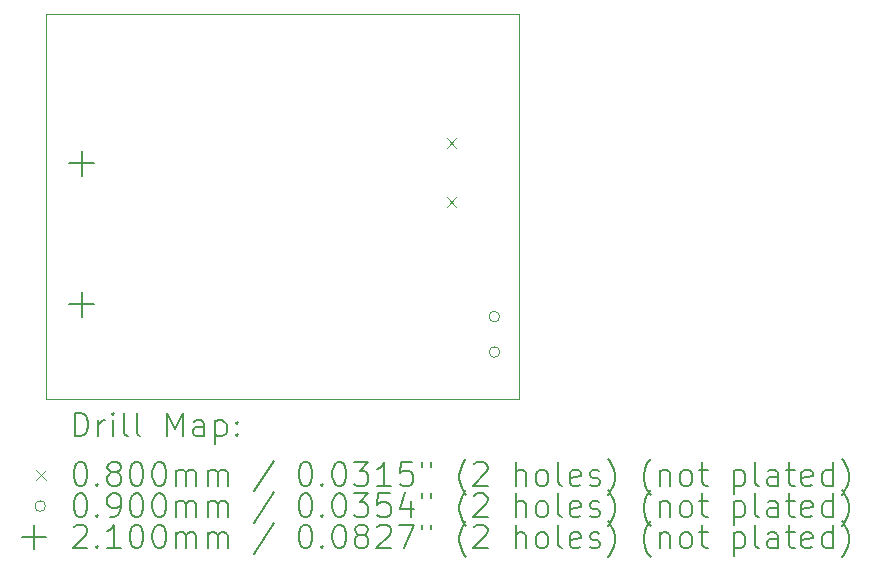
<source format=gbr>
%TF.GenerationSoftware,KiCad,Pcbnew,7.0.1-0*%
%TF.CreationDate,2023-10-24T00:06:01+02:00*%
%TF.ProjectId,SMT-32,534d542d-3332-42e6-9b69-6361645f7063,rev?*%
%TF.SameCoordinates,Original*%
%TF.FileFunction,Drillmap*%
%TF.FilePolarity,Positive*%
%FSLAX45Y45*%
G04 Gerber Fmt 4.5, Leading zero omitted, Abs format (unit mm)*
G04 Created by KiCad (PCBNEW 7.0.1-0) date 2023-10-24 00:06:01*
%MOMM*%
%LPD*%
G01*
G04 APERTURE LIST*
%ADD10C,0.100000*%
%ADD11C,0.200000*%
%ADD12C,0.080000*%
%ADD13C,0.090000*%
%ADD14C,0.210000*%
G04 APERTURE END LIST*
D10*
X7800000Y-2345000D02*
X11800000Y-2345000D01*
X11800000Y-5600000D01*
X7800000Y-5600000D01*
X7800000Y-2345000D01*
D11*
D12*
X11190000Y-3395000D02*
X11270000Y-3475000D01*
X11270000Y-3395000D02*
X11190000Y-3475000D01*
X11190000Y-3895000D02*
X11270000Y-3975000D01*
X11270000Y-3895000D02*
X11190000Y-3975000D01*
D13*
X11640000Y-4905000D02*
G75*
G03*
X11640000Y-4905000I-45000J0D01*
G01*
X11640000Y-5205000D02*
G75*
G03*
X11640000Y-5205000I-45000J0D01*
G01*
D14*
X8102600Y-3501800D02*
X8102600Y-3711800D01*
X7997600Y-3606800D02*
X8207600Y-3606800D01*
X8102600Y-4695600D02*
X8102600Y-4905600D01*
X7997600Y-4800600D02*
X8207600Y-4800600D01*
D11*
X8042619Y-5917524D02*
X8042619Y-5717524D01*
X8042619Y-5717524D02*
X8090238Y-5717524D01*
X8090238Y-5717524D02*
X8118809Y-5727048D01*
X8118809Y-5727048D02*
X8137857Y-5746095D01*
X8137857Y-5746095D02*
X8147381Y-5765143D01*
X8147381Y-5765143D02*
X8156905Y-5803238D01*
X8156905Y-5803238D02*
X8156905Y-5831809D01*
X8156905Y-5831809D02*
X8147381Y-5869905D01*
X8147381Y-5869905D02*
X8137857Y-5888952D01*
X8137857Y-5888952D02*
X8118809Y-5908000D01*
X8118809Y-5908000D02*
X8090238Y-5917524D01*
X8090238Y-5917524D02*
X8042619Y-5917524D01*
X8242619Y-5917524D02*
X8242619Y-5784190D01*
X8242619Y-5822286D02*
X8252143Y-5803238D01*
X8252143Y-5803238D02*
X8261667Y-5793714D01*
X8261667Y-5793714D02*
X8280714Y-5784190D01*
X8280714Y-5784190D02*
X8299762Y-5784190D01*
X8366428Y-5917524D02*
X8366428Y-5784190D01*
X8366428Y-5717524D02*
X8356905Y-5727048D01*
X8356905Y-5727048D02*
X8366428Y-5736571D01*
X8366428Y-5736571D02*
X8375952Y-5727048D01*
X8375952Y-5727048D02*
X8366428Y-5717524D01*
X8366428Y-5717524D02*
X8366428Y-5736571D01*
X8490238Y-5917524D02*
X8471190Y-5908000D01*
X8471190Y-5908000D02*
X8461667Y-5888952D01*
X8461667Y-5888952D02*
X8461667Y-5717524D01*
X8595000Y-5917524D02*
X8575952Y-5908000D01*
X8575952Y-5908000D02*
X8566429Y-5888952D01*
X8566429Y-5888952D02*
X8566429Y-5717524D01*
X8823571Y-5917524D02*
X8823571Y-5717524D01*
X8823571Y-5717524D02*
X8890238Y-5860381D01*
X8890238Y-5860381D02*
X8956905Y-5717524D01*
X8956905Y-5717524D02*
X8956905Y-5917524D01*
X9137857Y-5917524D02*
X9137857Y-5812762D01*
X9137857Y-5812762D02*
X9128333Y-5793714D01*
X9128333Y-5793714D02*
X9109286Y-5784190D01*
X9109286Y-5784190D02*
X9071190Y-5784190D01*
X9071190Y-5784190D02*
X9052143Y-5793714D01*
X9137857Y-5908000D02*
X9118810Y-5917524D01*
X9118810Y-5917524D02*
X9071190Y-5917524D01*
X9071190Y-5917524D02*
X9052143Y-5908000D01*
X9052143Y-5908000D02*
X9042619Y-5888952D01*
X9042619Y-5888952D02*
X9042619Y-5869905D01*
X9042619Y-5869905D02*
X9052143Y-5850857D01*
X9052143Y-5850857D02*
X9071190Y-5841333D01*
X9071190Y-5841333D02*
X9118810Y-5841333D01*
X9118810Y-5841333D02*
X9137857Y-5831809D01*
X9233095Y-5784190D02*
X9233095Y-5984190D01*
X9233095Y-5793714D02*
X9252143Y-5784190D01*
X9252143Y-5784190D02*
X9290238Y-5784190D01*
X9290238Y-5784190D02*
X9309286Y-5793714D01*
X9309286Y-5793714D02*
X9318810Y-5803238D01*
X9318810Y-5803238D02*
X9328333Y-5822286D01*
X9328333Y-5822286D02*
X9328333Y-5879428D01*
X9328333Y-5879428D02*
X9318810Y-5898476D01*
X9318810Y-5898476D02*
X9309286Y-5908000D01*
X9309286Y-5908000D02*
X9290238Y-5917524D01*
X9290238Y-5917524D02*
X9252143Y-5917524D01*
X9252143Y-5917524D02*
X9233095Y-5908000D01*
X9414048Y-5898476D02*
X9423571Y-5908000D01*
X9423571Y-5908000D02*
X9414048Y-5917524D01*
X9414048Y-5917524D02*
X9404524Y-5908000D01*
X9404524Y-5908000D02*
X9414048Y-5898476D01*
X9414048Y-5898476D02*
X9414048Y-5917524D01*
X9414048Y-5793714D02*
X9423571Y-5803238D01*
X9423571Y-5803238D02*
X9414048Y-5812762D01*
X9414048Y-5812762D02*
X9404524Y-5803238D01*
X9404524Y-5803238D02*
X9414048Y-5793714D01*
X9414048Y-5793714D02*
X9414048Y-5812762D01*
D12*
X7715000Y-6205000D02*
X7795000Y-6285000D01*
X7795000Y-6205000D02*
X7715000Y-6285000D01*
D11*
X8080714Y-6137524D02*
X8099762Y-6137524D01*
X8099762Y-6137524D02*
X8118809Y-6147048D01*
X8118809Y-6147048D02*
X8128333Y-6156571D01*
X8128333Y-6156571D02*
X8137857Y-6175619D01*
X8137857Y-6175619D02*
X8147381Y-6213714D01*
X8147381Y-6213714D02*
X8147381Y-6261333D01*
X8147381Y-6261333D02*
X8137857Y-6299428D01*
X8137857Y-6299428D02*
X8128333Y-6318476D01*
X8128333Y-6318476D02*
X8118809Y-6328000D01*
X8118809Y-6328000D02*
X8099762Y-6337524D01*
X8099762Y-6337524D02*
X8080714Y-6337524D01*
X8080714Y-6337524D02*
X8061667Y-6328000D01*
X8061667Y-6328000D02*
X8052143Y-6318476D01*
X8052143Y-6318476D02*
X8042619Y-6299428D01*
X8042619Y-6299428D02*
X8033095Y-6261333D01*
X8033095Y-6261333D02*
X8033095Y-6213714D01*
X8033095Y-6213714D02*
X8042619Y-6175619D01*
X8042619Y-6175619D02*
X8052143Y-6156571D01*
X8052143Y-6156571D02*
X8061667Y-6147048D01*
X8061667Y-6147048D02*
X8080714Y-6137524D01*
X8233095Y-6318476D02*
X8242619Y-6328000D01*
X8242619Y-6328000D02*
X8233095Y-6337524D01*
X8233095Y-6337524D02*
X8223571Y-6328000D01*
X8223571Y-6328000D02*
X8233095Y-6318476D01*
X8233095Y-6318476D02*
X8233095Y-6337524D01*
X8356905Y-6223238D02*
X8337857Y-6213714D01*
X8337857Y-6213714D02*
X8328333Y-6204190D01*
X8328333Y-6204190D02*
X8318809Y-6185143D01*
X8318809Y-6185143D02*
X8318809Y-6175619D01*
X8318809Y-6175619D02*
X8328333Y-6156571D01*
X8328333Y-6156571D02*
X8337857Y-6147048D01*
X8337857Y-6147048D02*
X8356905Y-6137524D01*
X8356905Y-6137524D02*
X8395000Y-6137524D01*
X8395000Y-6137524D02*
X8414048Y-6147048D01*
X8414048Y-6147048D02*
X8423571Y-6156571D01*
X8423571Y-6156571D02*
X8433095Y-6175619D01*
X8433095Y-6175619D02*
X8433095Y-6185143D01*
X8433095Y-6185143D02*
X8423571Y-6204190D01*
X8423571Y-6204190D02*
X8414048Y-6213714D01*
X8414048Y-6213714D02*
X8395000Y-6223238D01*
X8395000Y-6223238D02*
X8356905Y-6223238D01*
X8356905Y-6223238D02*
X8337857Y-6232762D01*
X8337857Y-6232762D02*
X8328333Y-6242286D01*
X8328333Y-6242286D02*
X8318809Y-6261333D01*
X8318809Y-6261333D02*
X8318809Y-6299428D01*
X8318809Y-6299428D02*
X8328333Y-6318476D01*
X8328333Y-6318476D02*
X8337857Y-6328000D01*
X8337857Y-6328000D02*
X8356905Y-6337524D01*
X8356905Y-6337524D02*
X8395000Y-6337524D01*
X8395000Y-6337524D02*
X8414048Y-6328000D01*
X8414048Y-6328000D02*
X8423571Y-6318476D01*
X8423571Y-6318476D02*
X8433095Y-6299428D01*
X8433095Y-6299428D02*
X8433095Y-6261333D01*
X8433095Y-6261333D02*
X8423571Y-6242286D01*
X8423571Y-6242286D02*
X8414048Y-6232762D01*
X8414048Y-6232762D02*
X8395000Y-6223238D01*
X8556905Y-6137524D02*
X8575952Y-6137524D01*
X8575952Y-6137524D02*
X8595000Y-6147048D01*
X8595000Y-6147048D02*
X8604524Y-6156571D01*
X8604524Y-6156571D02*
X8614048Y-6175619D01*
X8614048Y-6175619D02*
X8623571Y-6213714D01*
X8623571Y-6213714D02*
X8623571Y-6261333D01*
X8623571Y-6261333D02*
X8614048Y-6299428D01*
X8614048Y-6299428D02*
X8604524Y-6318476D01*
X8604524Y-6318476D02*
X8595000Y-6328000D01*
X8595000Y-6328000D02*
X8575952Y-6337524D01*
X8575952Y-6337524D02*
X8556905Y-6337524D01*
X8556905Y-6337524D02*
X8537857Y-6328000D01*
X8537857Y-6328000D02*
X8528333Y-6318476D01*
X8528333Y-6318476D02*
X8518810Y-6299428D01*
X8518810Y-6299428D02*
X8509286Y-6261333D01*
X8509286Y-6261333D02*
X8509286Y-6213714D01*
X8509286Y-6213714D02*
X8518810Y-6175619D01*
X8518810Y-6175619D02*
X8528333Y-6156571D01*
X8528333Y-6156571D02*
X8537857Y-6147048D01*
X8537857Y-6147048D02*
X8556905Y-6137524D01*
X8747381Y-6137524D02*
X8766429Y-6137524D01*
X8766429Y-6137524D02*
X8785476Y-6147048D01*
X8785476Y-6147048D02*
X8795000Y-6156571D01*
X8795000Y-6156571D02*
X8804524Y-6175619D01*
X8804524Y-6175619D02*
X8814048Y-6213714D01*
X8814048Y-6213714D02*
X8814048Y-6261333D01*
X8814048Y-6261333D02*
X8804524Y-6299428D01*
X8804524Y-6299428D02*
X8795000Y-6318476D01*
X8795000Y-6318476D02*
X8785476Y-6328000D01*
X8785476Y-6328000D02*
X8766429Y-6337524D01*
X8766429Y-6337524D02*
X8747381Y-6337524D01*
X8747381Y-6337524D02*
X8728333Y-6328000D01*
X8728333Y-6328000D02*
X8718810Y-6318476D01*
X8718810Y-6318476D02*
X8709286Y-6299428D01*
X8709286Y-6299428D02*
X8699762Y-6261333D01*
X8699762Y-6261333D02*
X8699762Y-6213714D01*
X8699762Y-6213714D02*
X8709286Y-6175619D01*
X8709286Y-6175619D02*
X8718810Y-6156571D01*
X8718810Y-6156571D02*
X8728333Y-6147048D01*
X8728333Y-6147048D02*
X8747381Y-6137524D01*
X8899762Y-6337524D02*
X8899762Y-6204190D01*
X8899762Y-6223238D02*
X8909286Y-6213714D01*
X8909286Y-6213714D02*
X8928333Y-6204190D01*
X8928333Y-6204190D02*
X8956905Y-6204190D01*
X8956905Y-6204190D02*
X8975952Y-6213714D01*
X8975952Y-6213714D02*
X8985476Y-6232762D01*
X8985476Y-6232762D02*
X8985476Y-6337524D01*
X8985476Y-6232762D02*
X8995000Y-6213714D01*
X8995000Y-6213714D02*
X9014048Y-6204190D01*
X9014048Y-6204190D02*
X9042619Y-6204190D01*
X9042619Y-6204190D02*
X9061667Y-6213714D01*
X9061667Y-6213714D02*
X9071191Y-6232762D01*
X9071191Y-6232762D02*
X9071191Y-6337524D01*
X9166429Y-6337524D02*
X9166429Y-6204190D01*
X9166429Y-6223238D02*
X9175952Y-6213714D01*
X9175952Y-6213714D02*
X9195000Y-6204190D01*
X9195000Y-6204190D02*
X9223572Y-6204190D01*
X9223572Y-6204190D02*
X9242619Y-6213714D01*
X9242619Y-6213714D02*
X9252143Y-6232762D01*
X9252143Y-6232762D02*
X9252143Y-6337524D01*
X9252143Y-6232762D02*
X9261667Y-6213714D01*
X9261667Y-6213714D02*
X9280714Y-6204190D01*
X9280714Y-6204190D02*
X9309286Y-6204190D01*
X9309286Y-6204190D02*
X9328333Y-6213714D01*
X9328333Y-6213714D02*
X9337857Y-6232762D01*
X9337857Y-6232762D02*
X9337857Y-6337524D01*
X9728333Y-6128000D02*
X9556905Y-6385143D01*
X9985476Y-6137524D02*
X10004524Y-6137524D01*
X10004524Y-6137524D02*
X10023572Y-6147048D01*
X10023572Y-6147048D02*
X10033095Y-6156571D01*
X10033095Y-6156571D02*
X10042619Y-6175619D01*
X10042619Y-6175619D02*
X10052143Y-6213714D01*
X10052143Y-6213714D02*
X10052143Y-6261333D01*
X10052143Y-6261333D02*
X10042619Y-6299428D01*
X10042619Y-6299428D02*
X10033095Y-6318476D01*
X10033095Y-6318476D02*
X10023572Y-6328000D01*
X10023572Y-6328000D02*
X10004524Y-6337524D01*
X10004524Y-6337524D02*
X9985476Y-6337524D01*
X9985476Y-6337524D02*
X9966429Y-6328000D01*
X9966429Y-6328000D02*
X9956905Y-6318476D01*
X9956905Y-6318476D02*
X9947381Y-6299428D01*
X9947381Y-6299428D02*
X9937857Y-6261333D01*
X9937857Y-6261333D02*
X9937857Y-6213714D01*
X9937857Y-6213714D02*
X9947381Y-6175619D01*
X9947381Y-6175619D02*
X9956905Y-6156571D01*
X9956905Y-6156571D02*
X9966429Y-6147048D01*
X9966429Y-6147048D02*
X9985476Y-6137524D01*
X10137857Y-6318476D02*
X10147381Y-6328000D01*
X10147381Y-6328000D02*
X10137857Y-6337524D01*
X10137857Y-6337524D02*
X10128334Y-6328000D01*
X10128334Y-6328000D02*
X10137857Y-6318476D01*
X10137857Y-6318476D02*
X10137857Y-6337524D01*
X10271191Y-6137524D02*
X10290238Y-6137524D01*
X10290238Y-6137524D02*
X10309286Y-6147048D01*
X10309286Y-6147048D02*
X10318810Y-6156571D01*
X10318810Y-6156571D02*
X10328334Y-6175619D01*
X10328334Y-6175619D02*
X10337857Y-6213714D01*
X10337857Y-6213714D02*
X10337857Y-6261333D01*
X10337857Y-6261333D02*
X10328334Y-6299428D01*
X10328334Y-6299428D02*
X10318810Y-6318476D01*
X10318810Y-6318476D02*
X10309286Y-6328000D01*
X10309286Y-6328000D02*
X10290238Y-6337524D01*
X10290238Y-6337524D02*
X10271191Y-6337524D01*
X10271191Y-6337524D02*
X10252143Y-6328000D01*
X10252143Y-6328000D02*
X10242619Y-6318476D01*
X10242619Y-6318476D02*
X10233095Y-6299428D01*
X10233095Y-6299428D02*
X10223572Y-6261333D01*
X10223572Y-6261333D02*
X10223572Y-6213714D01*
X10223572Y-6213714D02*
X10233095Y-6175619D01*
X10233095Y-6175619D02*
X10242619Y-6156571D01*
X10242619Y-6156571D02*
X10252143Y-6147048D01*
X10252143Y-6147048D02*
X10271191Y-6137524D01*
X10404524Y-6137524D02*
X10528334Y-6137524D01*
X10528334Y-6137524D02*
X10461667Y-6213714D01*
X10461667Y-6213714D02*
X10490238Y-6213714D01*
X10490238Y-6213714D02*
X10509286Y-6223238D01*
X10509286Y-6223238D02*
X10518810Y-6232762D01*
X10518810Y-6232762D02*
X10528334Y-6251809D01*
X10528334Y-6251809D02*
X10528334Y-6299428D01*
X10528334Y-6299428D02*
X10518810Y-6318476D01*
X10518810Y-6318476D02*
X10509286Y-6328000D01*
X10509286Y-6328000D02*
X10490238Y-6337524D01*
X10490238Y-6337524D02*
X10433095Y-6337524D01*
X10433095Y-6337524D02*
X10414048Y-6328000D01*
X10414048Y-6328000D02*
X10404524Y-6318476D01*
X10718810Y-6337524D02*
X10604524Y-6337524D01*
X10661667Y-6337524D02*
X10661667Y-6137524D01*
X10661667Y-6137524D02*
X10642619Y-6166095D01*
X10642619Y-6166095D02*
X10623572Y-6185143D01*
X10623572Y-6185143D02*
X10604524Y-6194667D01*
X10899762Y-6137524D02*
X10804524Y-6137524D01*
X10804524Y-6137524D02*
X10795000Y-6232762D01*
X10795000Y-6232762D02*
X10804524Y-6223238D01*
X10804524Y-6223238D02*
X10823572Y-6213714D01*
X10823572Y-6213714D02*
X10871191Y-6213714D01*
X10871191Y-6213714D02*
X10890238Y-6223238D01*
X10890238Y-6223238D02*
X10899762Y-6232762D01*
X10899762Y-6232762D02*
X10909286Y-6251809D01*
X10909286Y-6251809D02*
X10909286Y-6299428D01*
X10909286Y-6299428D02*
X10899762Y-6318476D01*
X10899762Y-6318476D02*
X10890238Y-6328000D01*
X10890238Y-6328000D02*
X10871191Y-6337524D01*
X10871191Y-6337524D02*
X10823572Y-6337524D01*
X10823572Y-6337524D02*
X10804524Y-6328000D01*
X10804524Y-6328000D02*
X10795000Y-6318476D01*
X10985476Y-6137524D02*
X10985476Y-6175619D01*
X11061667Y-6137524D02*
X11061667Y-6175619D01*
X11356905Y-6413714D02*
X11347381Y-6404190D01*
X11347381Y-6404190D02*
X11328334Y-6375619D01*
X11328334Y-6375619D02*
X11318810Y-6356571D01*
X11318810Y-6356571D02*
X11309286Y-6328000D01*
X11309286Y-6328000D02*
X11299762Y-6280381D01*
X11299762Y-6280381D02*
X11299762Y-6242286D01*
X11299762Y-6242286D02*
X11309286Y-6194667D01*
X11309286Y-6194667D02*
X11318810Y-6166095D01*
X11318810Y-6166095D02*
X11328334Y-6147048D01*
X11328334Y-6147048D02*
X11347381Y-6118476D01*
X11347381Y-6118476D02*
X11356905Y-6108952D01*
X11423572Y-6156571D02*
X11433095Y-6147048D01*
X11433095Y-6147048D02*
X11452143Y-6137524D01*
X11452143Y-6137524D02*
X11499762Y-6137524D01*
X11499762Y-6137524D02*
X11518810Y-6147048D01*
X11518810Y-6147048D02*
X11528334Y-6156571D01*
X11528334Y-6156571D02*
X11537857Y-6175619D01*
X11537857Y-6175619D02*
X11537857Y-6194667D01*
X11537857Y-6194667D02*
X11528334Y-6223238D01*
X11528334Y-6223238D02*
X11414048Y-6337524D01*
X11414048Y-6337524D02*
X11537857Y-6337524D01*
X11775953Y-6337524D02*
X11775953Y-6137524D01*
X11861667Y-6337524D02*
X11861667Y-6232762D01*
X11861667Y-6232762D02*
X11852143Y-6213714D01*
X11852143Y-6213714D02*
X11833096Y-6204190D01*
X11833096Y-6204190D02*
X11804524Y-6204190D01*
X11804524Y-6204190D02*
X11785476Y-6213714D01*
X11785476Y-6213714D02*
X11775953Y-6223238D01*
X11985476Y-6337524D02*
X11966429Y-6328000D01*
X11966429Y-6328000D02*
X11956905Y-6318476D01*
X11956905Y-6318476D02*
X11947381Y-6299428D01*
X11947381Y-6299428D02*
X11947381Y-6242286D01*
X11947381Y-6242286D02*
X11956905Y-6223238D01*
X11956905Y-6223238D02*
X11966429Y-6213714D01*
X11966429Y-6213714D02*
X11985476Y-6204190D01*
X11985476Y-6204190D02*
X12014048Y-6204190D01*
X12014048Y-6204190D02*
X12033096Y-6213714D01*
X12033096Y-6213714D02*
X12042619Y-6223238D01*
X12042619Y-6223238D02*
X12052143Y-6242286D01*
X12052143Y-6242286D02*
X12052143Y-6299428D01*
X12052143Y-6299428D02*
X12042619Y-6318476D01*
X12042619Y-6318476D02*
X12033096Y-6328000D01*
X12033096Y-6328000D02*
X12014048Y-6337524D01*
X12014048Y-6337524D02*
X11985476Y-6337524D01*
X12166429Y-6337524D02*
X12147381Y-6328000D01*
X12147381Y-6328000D02*
X12137857Y-6308952D01*
X12137857Y-6308952D02*
X12137857Y-6137524D01*
X12318810Y-6328000D02*
X12299762Y-6337524D01*
X12299762Y-6337524D02*
X12261667Y-6337524D01*
X12261667Y-6337524D02*
X12242619Y-6328000D01*
X12242619Y-6328000D02*
X12233096Y-6308952D01*
X12233096Y-6308952D02*
X12233096Y-6232762D01*
X12233096Y-6232762D02*
X12242619Y-6213714D01*
X12242619Y-6213714D02*
X12261667Y-6204190D01*
X12261667Y-6204190D02*
X12299762Y-6204190D01*
X12299762Y-6204190D02*
X12318810Y-6213714D01*
X12318810Y-6213714D02*
X12328334Y-6232762D01*
X12328334Y-6232762D02*
X12328334Y-6251809D01*
X12328334Y-6251809D02*
X12233096Y-6270857D01*
X12404524Y-6328000D02*
X12423572Y-6337524D01*
X12423572Y-6337524D02*
X12461667Y-6337524D01*
X12461667Y-6337524D02*
X12480715Y-6328000D01*
X12480715Y-6328000D02*
X12490238Y-6308952D01*
X12490238Y-6308952D02*
X12490238Y-6299428D01*
X12490238Y-6299428D02*
X12480715Y-6280381D01*
X12480715Y-6280381D02*
X12461667Y-6270857D01*
X12461667Y-6270857D02*
X12433096Y-6270857D01*
X12433096Y-6270857D02*
X12414048Y-6261333D01*
X12414048Y-6261333D02*
X12404524Y-6242286D01*
X12404524Y-6242286D02*
X12404524Y-6232762D01*
X12404524Y-6232762D02*
X12414048Y-6213714D01*
X12414048Y-6213714D02*
X12433096Y-6204190D01*
X12433096Y-6204190D02*
X12461667Y-6204190D01*
X12461667Y-6204190D02*
X12480715Y-6213714D01*
X12556905Y-6413714D02*
X12566429Y-6404190D01*
X12566429Y-6404190D02*
X12585477Y-6375619D01*
X12585477Y-6375619D02*
X12595000Y-6356571D01*
X12595000Y-6356571D02*
X12604524Y-6328000D01*
X12604524Y-6328000D02*
X12614048Y-6280381D01*
X12614048Y-6280381D02*
X12614048Y-6242286D01*
X12614048Y-6242286D02*
X12604524Y-6194667D01*
X12604524Y-6194667D02*
X12595000Y-6166095D01*
X12595000Y-6166095D02*
X12585477Y-6147048D01*
X12585477Y-6147048D02*
X12566429Y-6118476D01*
X12566429Y-6118476D02*
X12556905Y-6108952D01*
X12918810Y-6413714D02*
X12909286Y-6404190D01*
X12909286Y-6404190D02*
X12890238Y-6375619D01*
X12890238Y-6375619D02*
X12880715Y-6356571D01*
X12880715Y-6356571D02*
X12871191Y-6328000D01*
X12871191Y-6328000D02*
X12861667Y-6280381D01*
X12861667Y-6280381D02*
X12861667Y-6242286D01*
X12861667Y-6242286D02*
X12871191Y-6194667D01*
X12871191Y-6194667D02*
X12880715Y-6166095D01*
X12880715Y-6166095D02*
X12890238Y-6147048D01*
X12890238Y-6147048D02*
X12909286Y-6118476D01*
X12909286Y-6118476D02*
X12918810Y-6108952D01*
X12995000Y-6204190D02*
X12995000Y-6337524D01*
X12995000Y-6223238D02*
X13004524Y-6213714D01*
X13004524Y-6213714D02*
X13023572Y-6204190D01*
X13023572Y-6204190D02*
X13052143Y-6204190D01*
X13052143Y-6204190D02*
X13071191Y-6213714D01*
X13071191Y-6213714D02*
X13080715Y-6232762D01*
X13080715Y-6232762D02*
X13080715Y-6337524D01*
X13204524Y-6337524D02*
X13185477Y-6328000D01*
X13185477Y-6328000D02*
X13175953Y-6318476D01*
X13175953Y-6318476D02*
X13166429Y-6299428D01*
X13166429Y-6299428D02*
X13166429Y-6242286D01*
X13166429Y-6242286D02*
X13175953Y-6223238D01*
X13175953Y-6223238D02*
X13185477Y-6213714D01*
X13185477Y-6213714D02*
X13204524Y-6204190D01*
X13204524Y-6204190D02*
X13233096Y-6204190D01*
X13233096Y-6204190D02*
X13252143Y-6213714D01*
X13252143Y-6213714D02*
X13261667Y-6223238D01*
X13261667Y-6223238D02*
X13271191Y-6242286D01*
X13271191Y-6242286D02*
X13271191Y-6299428D01*
X13271191Y-6299428D02*
X13261667Y-6318476D01*
X13261667Y-6318476D02*
X13252143Y-6328000D01*
X13252143Y-6328000D02*
X13233096Y-6337524D01*
X13233096Y-6337524D02*
X13204524Y-6337524D01*
X13328334Y-6204190D02*
X13404524Y-6204190D01*
X13356905Y-6137524D02*
X13356905Y-6308952D01*
X13356905Y-6308952D02*
X13366429Y-6328000D01*
X13366429Y-6328000D02*
X13385477Y-6337524D01*
X13385477Y-6337524D02*
X13404524Y-6337524D01*
X13623572Y-6204190D02*
X13623572Y-6404190D01*
X13623572Y-6213714D02*
X13642619Y-6204190D01*
X13642619Y-6204190D02*
X13680715Y-6204190D01*
X13680715Y-6204190D02*
X13699762Y-6213714D01*
X13699762Y-6213714D02*
X13709286Y-6223238D01*
X13709286Y-6223238D02*
X13718810Y-6242286D01*
X13718810Y-6242286D02*
X13718810Y-6299428D01*
X13718810Y-6299428D02*
X13709286Y-6318476D01*
X13709286Y-6318476D02*
X13699762Y-6328000D01*
X13699762Y-6328000D02*
X13680715Y-6337524D01*
X13680715Y-6337524D02*
X13642619Y-6337524D01*
X13642619Y-6337524D02*
X13623572Y-6328000D01*
X13833096Y-6337524D02*
X13814048Y-6328000D01*
X13814048Y-6328000D02*
X13804524Y-6308952D01*
X13804524Y-6308952D02*
X13804524Y-6137524D01*
X13995000Y-6337524D02*
X13995000Y-6232762D01*
X13995000Y-6232762D02*
X13985477Y-6213714D01*
X13985477Y-6213714D02*
X13966429Y-6204190D01*
X13966429Y-6204190D02*
X13928334Y-6204190D01*
X13928334Y-6204190D02*
X13909286Y-6213714D01*
X13995000Y-6328000D02*
X13975953Y-6337524D01*
X13975953Y-6337524D02*
X13928334Y-6337524D01*
X13928334Y-6337524D02*
X13909286Y-6328000D01*
X13909286Y-6328000D02*
X13899762Y-6308952D01*
X13899762Y-6308952D02*
X13899762Y-6289905D01*
X13899762Y-6289905D02*
X13909286Y-6270857D01*
X13909286Y-6270857D02*
X13928334Y-6261333D01*
X13928334Y-6261333D02*
X13975953Y-6261333D01*
X13975953Y-6261333D02*
X13995000Y-6251809D01*
X14061667Y-6204190D02*
X14137858Y-6204190D01*
X14090239Y-6137524D02*
X14090239Y-6308952D01*
X14090239Y-6308952D02*
X14099762Y-6328000D01*
X14099762Y-6328000D02*
X14118810Y-6337524D01*
X14118810Y-6337524D02*
X14137858Y-6337524D01*
X14280715Y-6328000D02*
X14261667Y-6337524D01*
X14261667Y-6337524D02*
X14223572Y-6337524D01*
X14223572Y-6337524D02*
X14204524Y-6328000D01*
X14204524Y-6328000D02*
X14195000Y-6308952D01*
X14195000Y-6308952D02*
X14195000Y-6232762D01*
X14195000Y-6232762D02*
X14204524Y-6213714D01*
X14204524Y-6213714D02*
X14223572Y-6204190D01*
X14223572Y-6204190D02*
X14261667Y-6204190D01*
X14261667Y-6204190D02*
X14280715Y-6213714D01*
X14280715Y-6213714D02*
X14290239Y-6232762D01*
X14290239Y-6232762D02*
X14290239Y-6251809D01*
X14290239Y-6251809D02*
X14195000Y-6270857D01*
X14461667Y-6337524D02*
X14461667Y-6137524D01*
X14461667Y-6328000D02*
X14442620Y-6337524D01*
X14442620Y-6337524D02*
X14404524Y-6337524D01*
X14404524Y-6337524D02*
X14385477Y-6328000D01*
X14385477Y-6328000D02*
X14375953Y-6318476D01*
X14375953Y-6318476D02*
X14366429Y-6299428D01*
X14366429Y-6299428D02*
X14366429Y-6242286D01*
X14366429Y-6242286D02*
X14375953Y-6223238D01*
X14375953Y-6223238D02*
X14385477Y-6213714D01*
X14385477Y-6213714D02*
X14404524Y-6204190D01*
X14404524Y-6204190D02*
X14442620Y-6204190D01*
X14442620Y-6204190D02*
X14461667Y-6213714D01*
X14537858Y-6413714D02*
X14547381Y-6404190D01*
X14547381Y-6404190D02*
X14566429Y-6375619D01*
X14566429Y-6375619D02*
X14575953Y-6356571D01*
X14575953Y-6356571D02*
X14585477Y-6328000D01*
X14585477Y-6328000D02*
X14595000Y-6280381D01*
X14595000Y-6280381D02*
X14595000Y-6242286D01*
X14595000Y-6242286D02*
X14585477Y-6194667D01*
X14585477Y-6194667D02*
X14575953Y-6166095D01*
X14575953Y-6166095D02*
X14566429Y-6147048D01*
X14566429Y-6147048D02*
X14547381Y-6118476D01*
X14547381Y-6118476D02*
X14537858Y-6108952D01*
D13*
X7795000Y-6509000D02*
G75*
G03*
X7795000Y-6509000I-45000J0D01*
G01*
D11*
X8080714Y-6401524D02*
X8099762Y-6401524D01*
X8099762Y-6401524D02*
X8118809Y-6411048D01*
X8118809Y-6411048D02*
X8128333Y-6420571D01*
X8128333Y-6420571D02*
X8137857Y-6439619D01*
X8137857Y-6439619D02*
X8147381Y-6477714D01*
X8147381Y-6477714D02*
X8147381Y-6525333D01*
X8147381Y-6525333D02*
X8137857Y-6563428D01*
X8137857Y-6563428D02*
X8128333Y-6582476D01*
X8128333Y-6582476D02*
X8118809Y-6592000D01*
X8118809Y-6592000D02*
X8099762Y-6601524D01*
X8099762Y-6601524D02*
X8080714Y-6601524D01*
X8080714Y-6601524D02*
X8061667Y-6592000D01*
X8061667Y-6592000D02*
X8052143Y-6582476D01*
X8052143Y-6582476D02*
X8042619Y-6563428D01*
X8042619Y-6563428D02*
X8033095Y-6525333D01*
X8033095Y-6525333D02*
X8033095Y-6477714D01*
X8033095Y-6477714D02*
X8042619Y-6439619D01*
X8042619Y-6439619D02*
X8052143Y-6420571D01*
X8052143Y-6420571D02*
X8061667Y-6411048D01*
X8061667Y-6411048D02*
X8080714Y-6401524D01*
X8233095Y-6582476D02*
X8242619Y-6592000D01*
X8242619Y-6592000D02*
X8233095Y-6601524D01*
X8233095Y-6601524D02*
X8223571Y-6592000D01*
X8223571Y-6592000D02*
X8233095Y-6582476D01*
X8233095Y-6582476D02*
X8233095Y-6601524D01*
X8337857Y-6601524D02*
X8375952Y-6601524D01*
X8375952Y-6601524D02*
X8395000Y-6592000D01*
X8395000Y-6592000D02*
X8404524Y-6582476D01*
X8404524Y-6582476D02*
X8423571Y-6553905D01*
X8423571Y-6553905D02*
X8433095Y-6515809D01*
X8433095Y-6515809D02*
X8433095Y-6439619D01*
X8433095Y-6439619D02*
X8423571Y-6420571D01*
X8423571Y-6420571D02*
X8414048Y-6411048D01*
X8414048Y-6411048D02*
X8395000Y-6401524D01*
X8395000Y-6401524D02*
X8356905Y-6401524D01*
X8356905Y-6401524D02*
X8337857Y-6411048D01*
X8337857Y-6411048D02*
X8328333Y-6420571D01*
X8328333Y-6420571D02*
X8318809Y-6439619D01*
X8318809Y-6439619D02*
X8318809Y-6487238D01*
X8318809Y-6487238D02*
X8328333Y-6506286D01*
X8328333Y-6506286D02*
X8337857Y-6515809D01*
X8337857Y-6515809D02*
X8356905Y-6525333D01*
X8356905Y-6525333D02*
X8395000Y-6525333D01*
X8395000Y-6525333D02*
X8414048Y-6515809D01*
X8414048Y-6515809D02*
X8423571Y-6506286D01*
X8423571Y-6506286D02*
X8433095Y-6487238D01*
X8556905Y-6401524D02*
X8575952Y-6401524D01*
X8575952Y-6401524D02*
X8595000Y-6411048D01*
X8595000Y-6411048D02*
X8604524Y-6420571D01*
X8604524Y-6420571D02*
X8614048Y-6439619D01*
X8614048Y-6439619D02*
X8623571Y-6477714D01*
X8623571Y-6477714D02*
X8623571Y-6525333D01*
X8623571Y-6525333D02*
X8614048Y-6563428D01*
X8614048Y-6563428D02*
X8604524Y-6582476D01*
X8604524Y-6582476D02*
X8595000Y-6592000D01*
X8595000Y-6592000D02*
X8575952Y-6601524D01*
X8575952Y-6601524D02*
X8556905Y-6601524D01*
X8556905Y-6601524D02*
X8537857Y-6592000D01*
X8537857Y-6592000D02*
X8528333Y-6582476D01*
X8528333Y-6582476D02*
X8518810Y-6563428D01*
X8518810Y-6563428D02*
X8509286Y-6525333D01*
X8509286Y-6525333D02*
X8509286Y-6477714D01*
X8509286Y-6477714D02*
X8518810Y-6439619D01*
X8518810Y-6439619D02*
X8528333Y-6420571D01*
X8528333Y-6420571D02*
X8537857Y-6411048D01*
X8537857Y-6411048D02*
X8556905Y-6401524D01*
X8747381Y-6401524D02*
X8766429Y-6401524D01*
X8766429Y-6401524D02*
X8785476Y-6411048D01*
X8785476Y-6411048D02*
X8795000Y-6420571D01*
X8795000Y-6420571D02*
X8804524Y-6439619D01*
X8804524Y-6439619D02*
X8814048Y-6477714D01*
X8814048Y-6477714D02*
X8814048Y-6525333D01*
X8814048Y-6525333D02*
X8804524Y-6563428D01*
X8804524Y-6563428D02*
X8795000Y-6582476D01*
X8795000Y-6582476D02*
X8785476Y-6592000D01*
X8785476Y-6592000D02*
X8766429Y-6601524D01*
X8766429Y-6601524D02*
X8747381Y-6601524D01*
X8747381Y-6601524D02*
X8728333Y-6592000D01*
X8728333Y-6592000D02*
X8718810Y-6582476D01*
X8718810Y-6582476D02*
X8709286Y-6563428D01*
X8709286Y-6563428D02*
X8699762Y-6525333D01*
X8699762Y-6525333D02*
X8699762Y-6477714D01*
X8699762Y-6477714D02*
X8709286Y-6439619D01*
X8709286Y-6439619D02*
X8718810Y-6420571D01*
X8718810Y-6420571D02*
X8728333Y-6411048D01*
X8728333Y-6411048D02*
X8747381Y-6401524D01*
X8899762Y-6601524D02*
X8899762Y-6468190D01*
X8899762Y-6487238D02*
X8909286Y-6477714D01*
X8909286Y-6477714D02*
X8928333Y-6468190D01*
X8928333Y-6468190D02*
X8956905Y-6468190D01*
X8956905Y-6468190D02*
X8975952Y-6477714D01*
X8975952Y-6477714D02*
X8985476Y-6496762D01*
X8985476Y-6496762D02*
X8985476Y-6601524D01*
X8985476Y-6496762D02*
X8995000Y-6477714D01*
X8995000Y-6477714D02*
X9014048Y-6468190D01*
X9014048Y-6468190D02*
X9042619Y-6468190D01*
X9042619Y-6468190D02*
X9061667Y-6477714D01*
X9061667Y-6477714D02*
X9071191Y-6496762D01*
X9071191Y-6496762D02*
X9071191Y-6601524D01*
X9166429Y-6601524D02*
X9166429Y-6468190D01*
X9166429Y-6487238D02*
X9175952Y-6477714D01*
X9175952Y-6477714D02*
X9195000Y-6468190D01*
X9195000Y-6468190D02*
X9223572Y-6468190D01*
X9223572Y-6468190D02*
X9242619Y-6477714D01*
X9242619Y-6477714D02*
X9252143Y-6496762D01*
X9252143Y-6496762D02*
X9252143Y-6601524D01*
X9252143Y-6496762D02*
X9261667Y-6477714D01*
X9261667Y-6477714D02*
X9280714Y-6468190D01*
X9280714Y-6468190D02*
X9309286Y-6468190D01*
X9309286Y-6468190D02*
X9328333Y-6477714D01*
X9328333Y-6477714D02*
X9337857Y-6496762D01*
X9337857Y-6496762D02*
X9337857Y-6601524D01*
X9728333Y-6392000D02*
X9556905Y-6649143D01*
X9985476Y-6401524D02*
X10004524Y-6401524D01*
X10004524Y-6401524D02*
X10023572Y-6411048D01*
X10023572Y-6411048D02*
X10033095Y-6420571D01*
X10033095Y-6420571D02*
X10042619Y-6439619D01*
X10042619Y-6439619D02*
X10052143Y-6477714D01*
X10052143Y-6477714D02*
X10052143Y-6525333D01*
X10052143Y-6525333D02*
X10042619Y-6563428D01*
X10042619Y-6563428D02*
X10033095Y-6582476D01*
X10033095Y-6582476D02*
X10023572Y-6592000D01*
X10023572Y-6592000D02*
X10004524Y-6601524D01*
X10004524Y-6601524D02*
X9985476Y-6601524D01*
X9985476Y-6601524D02*
X9966429Y-6592000D01*
X9966429Y-6592000D02*
X9956905Y-6582476D01*
X9956905Y-6582476D02*
X9947381Y-6563428D01*
X9947381Y-6563428D02*
X9937857Y-6525333D01*
X9937857Y-6525333D02*
X9937857Y-6477714D01*
X9937857Y-6477714D02*
X9947381Y-6439619D01*
X9947381Y-6439619D02*
X9956905Y-6420571D01*
X9956905Y-6420571D02*
X9966429Y-6411048D01*
X9966429Y-6411048D02*
X9985476Y-6401524D01*
X10137857Y-6582476D02*
X10147381Y-6592000D01*
X10147381Y-6592000D02*
X10137857Y-6601524D01*
X10137857Y-6601524D02*
X10128334Y-6592000D01*
X10128334Y-6592000D02*
X10137857Y-6582476D01*
X10137857Y-6582476D02*
X10137857Y-6601524D01*
X10271191Y-6401524D02*
X10290238Y-6401524D01*
X10290238Y-6401524D02*
X10309286Y-6411048D01*
X10309286Y-6411048D02*
X10318810Y-6420571D01*
X10318810Y-6420571D02*
X10328334Y-6439619D01*
X10328334Y-6439619D02*
X10337857Y-6477714D01*
X10337857Y-6477714D02*
X10337857Y-6525333D01*
X10337857Y-6525333D02*
X10328334Y-6563428D01*
X10328334Y-6563428D02*
X10318810Y-6582476D01*
X10318810Y-6582476D02*
X10309286Y-6592000D01*
X10309286Y-6592000D02*
X10290238Y-6601524D01*
X10290238Y-6601524D02*
X10271191Y-6601524D01*
X10271191Y-6601524D02*
X10252143Y-6592000D01*
X10252143Y-6592000D02*
X10242619Y-6582476D01*
X10242619Y-6582476D02*
X10233095Y-6563428D01*
X10233095Y-6563428D02*
X10223572Y-6525333D01*
X10223572Y-6525333D02*
X10223572Y-6477714D01*
X10223572Y-6477714D02*
X10233095Y-6439619D01*
X10233095Y-6439619D02*
X10242619Y-6420571D01*
X10242619Y-6420571D02*
X10252143Y-6411048D01*
X10252143Y-6411048D02*
X10271191Y-6401524D01*
X10404524Y-6401524D02*
X10528334Y-6401524D01*
X10528334Y-6401524D02*
X10461667Y-6477714D01*
X10461667Y-6477714D02*
X10490238Y-6477714D01*
X10490238Y-6477714D02*
X10509286Y-6487238D01*
X10509286Y-6487238D02*
X10518810Y-6496762D01*
X10518810Y-6496762D02*
X10528334Y-6515809D01*
X10528334Y-6515809D02*
X10528334Y-6563428D01*
X10528334Y-6563428D02*
X10518810Y-6582476D01*
X10518810Y-6582476D02*
X10509286Y-6592000D01*
X10509286Y-6592000D02*
X10490238Y-6601524D01*
X10490238Y-6601524D02*
X10433095Y-6601524D01*
X10433095Y-6601524D02*
X10414048Y-6592000D01*
X10414048Y-6592000D02*
X10404524Y-6582476D01*
X10709286Y-6401524D02*
X10614048Y-6401524D01*
X10614048Y-6401524D02*
X10604524Y-6496762D01*
X10604524Y-6496762D02*
X10614048Y-6487238D01*
X10614048Y-6487238D02*
X10633095Y-6477714D01*
X10633095Y-6477714D02*
X10680715Y-6477714D01*
X10680715Y-6477714D02*
X10699762Y-6487238D01*
X10699762Y-6487238D02*
X10709286Y-6496762D01*
X10709286Y-6496762D02*
X10718810Y-6515809D01*
X10718810Y-6515809D02*
X10718810Y-6563428D01*
X10718810Y-6563428D02*
X10709286Y-6582476D01*
X10709286Y-6582476D02*
X10699762Y-6592000D01*
X10699762Y-6592000D02*
X10680715Y-6601524D01*
X10680715Y-6601524D02*
X10633095Y-6601524D01*
X10633095Y-6601524D02*
X10614048Y-6592000D01*
X10614048Y-6592000D02*
X10604524Y-6582476D01*
X10890238Y-6468190D02*
X10890238Y-6601524D01*
X10842619Y-6392000D02*
X10795000Y-6534857D01*
X10795000Y-6534857D02*
X10918810Y-6534857D01*
X10985476Y-6401524D02*
X10985476Y-6439619D01*
X11061667Y-6401524D02*
X11061667Y-6439619D01*
X11356905Y-6677714D02*
X11347381Y-6668190D01*
X11347381Y-6668190D02*
X11328334Y-6639619D01*
X11328334Y-6639619D02*
X11318810Y-6620571D01*
X11318810Y-6620571D02*
X11309286Y-6592000D01*
X11309286Y-6592000D02*
X11299762Y-6544381D01*
X11299762Y-6544381D02*
X11299762Y-6506286D01*
X11299762Y-6506286D02*
X11309286Y-6458667D01*
X11309286Y-6458667D02*
X11318810Y-6430095D01*
X11318810Y-6430095D02*
X11328334Y-6411048D01*
X11328334Y-6411048D02*
X11347381Y-6382476D01*
X11347381Y-6382476D02*
X11356905Y-6372952D01*
X11423572Y-6420571D02*
X11433095Y-6411048D01*
X11433095Y-6411048D02*
X11452143Y-6401524D01*
X11452143Y-6401524D02*
X11499762Y-6401524D01*
X11499762Y-6401524D02*
X11518810Y-6411048D01*
X11518810Y-6411048D02*
X11528334Y-6420571D01*
X11528334Y-6420571D02*
X11537857Y-6439619D01*
X11537857Y-6439619D02*
X11537857Y-6458667D01*
X11537857Y-6458667D02*
X11528334Y-6487238D01*
X11528334Y-6487238D02*
X11414048Y-6601524D01*
X11414048Y-6601524D02*
X11537857Y-6601524D01*
X11775953Y-6601524D02*
X11775953Y-6401524D01*
X11861667Y-6601524D02*
X11861667Y-6496762D01*
X11861667Y-6496762D02*
X11852143Y-6477714D01*
X11852143Y-6477714D02*
X11833096Y-6468190D01*
X11833096Y-6468190D02*
X11804524Y-6468190D01*
X11804524Y-6468190D02*
X11785476Y-6477714D01*
X11785476Y-6477714D02*
X11775953Y-6487238D01*
X11985476Y-6601524D02*
X11966429Y-6592000D01*
X11966429Y-6592000D02*
X11956905Y-6582476D01*
X11956905Y-6582476D02*
X11947381Y-6563428D01*
X11947381Y-6563428D02*
X11947381Y-6506286D01*
X11947381Y-6506286D02*
X11956905Y-6487238D01*
X11956905Y-6487238D02*
X11966429Y-6477714D01*
X11966429Y-6477714D02*
X11985476Y-6468190D01*
X11985476Y-6468190D02*
X12014048Y-6468190D01*
X12014048Y-6468190D02*
X12033096Y-6477714D01*
X12033096Y-6477714D02*
X12042619Y-6487238D01*
X12042619Y-6487238D02*
X12052143Y-6506286D01*
X12052143Y-6506286D02*
X12052143Y-6563428D01*
X12052143Y-6563428D02*
X12042619Y-6582476D01*
X12042619Y-6582476D02*
X12033096Y-6592000D01*
X12033096Y-6592000D02*
X12014048Y-6601524D01*
X12014048Y-6601524D02*
X11985476Y-6601524D01*
X12166429Y-6601524D02*
X12147381Y-6592000D01*
X12147381Y-6592000D02*
X12137857Y-6572952D01*
X12137857Y-6572952D02*
X12137857Y-6401524D01*
X12318810Y-6592000D02*
X12299762Y-6601524D01*
X12299762Y-6601524D02*
X12261667Y-6601524D01*
X12261667Y-6601524D02*
X12242619Y-6592000D01*
X12242619Y-6592000D02*
X12233096Y-6572952D01*
X12233096Y-6572952D02*
X12233096Y-6496762D01*
X12233096Y-6496762D02*
X12242619Y-6477714D01*
X12242619Y-6477714D02*
X12261667Y-6468190D01*
X12261667Y-6468190D02*
X12299762Y-6468190D01*
X12299762Y-6468190D02*
X12318810Y-6477714D01*
X12318810Y-6477714D02*
X12328334Y-6496762D01*
X12328334Y-6496762D02*
X12328334Y-6515809D01*
X12328334Y-6515809D02*
X12233096Y-6534857D01*
X12404524Y-6592000D02*
X12423572Y-6601524D01*
X12423572Y-6601524D02*
X12461667Y-6601524D01*
X12461667Y-6601524D02*
X12480715Y-6592000D01*
X12480715Y-6592000D02*
X12490238Y-6572952D01*
X12490238Y-6572952D02*
X12490238Y-6563428D01*
X12490238Y-6563428D02*
X12480715Y-6544381D01*
X12480715Y-6544381D02*
X12461667Y-6534857D01*
X12461667Y-6534857D02*
X12433096Y-6534857D01*
X12433096Y-6534857D02*
X12414048Y-6525333D01*
X12414048Y-6525333D02*
X12404524Y-6506286D01*
X12404524Y-6506286D02*
X12404524Y-6496762D01*
X12404524Y-6496762D02*
X12414048Y-6477714D01*
X12414048Y-6477714D02*
X12433096Y-6468190D01*
X12433096Y-6468190D02*
X12461667Y-6468190D01*
X12461667Y-6468190D02*
X12480715Y-6477714D01*
X12556905Y-6677714D02*
X12566429Y-6668190D01*
X12566429Y-6668190D02*
X12585477Y-6639619D01*
X12585477Y-6639619D02*
X12595000Y-6620571D01*
X12595000Y-6620571D02*
X12604524Y-6592000D01*
X12604524Y-6592000D02*
X12614048Y-6544381D01*
X12614048Y-6544381D02*
X12614048Y-6506286D01*
X12614048Y-6506286D02*
X12604524Y-6458667D01*
X12604524Y-6458667D02*
X12595000Y-6430095D01*
X12595000Y-6430095D02*
X12585477Y-6411048D01*
X12585477Y-6411048D02*
X12566429Y-6382476D01*
X12566429Y-6382476D02*
X12556905Y-6372952D01*
X12918810Y-6677714D02*
X12909286Y-6668190D01*
X12909286Y-6668190D02*
X12890238Y-6639619D01*
X12890238Y-6639619D02*
X12880715Y-6620571D01*
X12880715Y-6620571D02*
X12871191Y-6592000D01*
X12871191Y-6592000D02*
X12861667Y-6544381D01*
X12861667Y-6544381D02*
X12861667Y-6506286D01*
X12861667Y-6506286D02*
X12871191Y-6458667D01*
X12871191Y-6458667D02*
X12880715Y-6430095D01*
X12880715Y-6430095D02*
X12890238Y-6411048D01*
X12890238Y-6411048D02*
X12909286Y-6382476D01*
X12909286Y-6382476D02*
X12918810Y-6372952D01*
X12995000Y-6468190D02*
X12995000Y-6601524D01*
X12995000Y-6487238D02*
X13004524Y-6477714D01*
X13004524Y-6477714D02*
X13023572Y-6468190D01*
X13023572Y-6468190D02*
X13052143Y-6468190D01*
X13052143Y-6468190D02*
X13071191Y-6477714D01*
X13071191Y-6477714D02*
X13080715Y-6496762D01*
X13080715Y-6496762D02*
X13080715Y-6601524D01*
X13204524Y-6601524D02*
X13185477Y-6592000D01*
X13185477Y-6592000D02*
X13175953Y-6582476D01*
X13175953Y-6582476D02*
X13166429Y-6563428D01*
X13166429Y-6563428D02*
X13166429Y-6506286D01*
X13166429Y-6506286D02*
X13175953Y-6487238D01*
X13175953Y-6487238D02*
X13185477Y-6477714D01*
X13185477Y-6477714D02*
X13204524Y-6468190D01*
X13204524Y-6468190D02*
X13233096Y-6468190D01*
X13233096Y-6468190D02*
X13252143Y-6477714D01*
X13252143Y-6477714D02*
X13261667Y-6487238D01*
X13261667Y-6487238D02*
X13271191Y-6506286D01*
X13271191Y-6506286D02*
X13271191Y-6563428D01*
X13271191Y-6563428D02*
X13261667Y-6582476D01*
X13261667Y-6582476D02*
X13252143Y-6592000D01*
X13252143Y-6592000D02*
X13233096Y-6601524D01*
X13233096Y-6601524D02*
X13204524Y-6601524D01*
X13328334Y-6468190D02*
X13404524Y-6468190D01*
X13356905Y-6401524D02*
X13356905Y-6572952D01*
X13356905Y-6572952D02*
X13366429Y-6592000D01*
X13366429Y-6592000D02*
X13385477Y-6601524D01*
X13385477Y-6601524D02*
X13404524Y-6601524D01*
X13623572Y-6468190D02*
X13623572Y-6668190D01*
X13623572Y-6477714D02*
X13642619Y-6468190D01*
X13642619Y-6468190D02*
X13680715Y-6468190D01*
X13680715Y-6468190D02*
X13699762Y-6477714D01*
X13699762Y-6477714D02*
X13709286Y-6487238D01*
X13709286Y-6487238D02*
X13718810Y-6506286D01*
X13718810Y-6506286D02*
X13718810Y-6563428D01*
X13718810Y-6563428D02*
X13709286Y-6582476D01*
X13709286Y-6582476D02*
X13699762Y-6592000D01*
X13699762Y-6592000D02*
X13680715Y-6601524D01*
X13680715Y-6601524D02*
X13642619Y-6601524D01*
X13642619Y-6601524D02*
X13623572Y-6592000D01*
X13833096Y-6601524D02*
X13814048Y-6592000D01*
X13814048Y-6592000D02*
X13804524Y-6572952D01*
X13804524Y-6572952D02*
X13804524Y-6401524D01*
X13995000Y-6601524D02*
X13995000Y-6496762D01*
X13995000Y-6496762D02*
X13985477Y-6477714D01*
X13985477Y-6477714D02*
X13966429Y-6468190D01*
X13966429Y-6468190D02*
X13928334Y-6468190D01*
X13928334Y-6468190D02*
X13909286Y-6477714D01*
X13995000Y-6592000D02*
X13975953Y-6601524D01*
X13975953Y-6601524D02*
X13928334Y-6601524D01*
X13928334Y-6601524D02*
X13909286Y-6592000D01*
X13909286Y-6592000D02*
X13899762Y-6572952D01*
X13899762Y-6572952D02*
X13899762Y-6553905D01*
X13899762Y-6553905D02*
X13909286Y-6534857D01*
X13909286Y-6534857D02*
X13928334Y-6525333D01*
X13928334Y-6525333D02*
X13975953Y-6525333D01*
X13975953Y-6525333D02*
X13995000Y-6515809D01*
X14061667Y-6468190D02*
X14137858Y-6468190D01*
X14090239Y-6401524D02*
X14090239Y-6572952D01*
X14090239Y-6572952D02*
X14099762Y-6592000D01*
X14099762Y-6592000D02*
X14118810Y-6601524D01*
X14118810Y-6601524D02*
X14137858Y-6601524D01*
X14280715Y-6592000D02*
X14261667Y-6601524D01*
X14261667Y-6601524D02*
X14223572Y-6601524D01*
X14223572Y-6601524D02*
X14204524Y-6592000D01*
X14204524Y-6592000D02*
X14195000Y-6572952D01*
X14195000Y-6572952D02*
X14195000Y-6496762D01*
X14195000Y-6496762D02*
X14204524Y-6477714D01*
X14204524Y-6477714D02*
X14223572Y-6468190D01*
X14223572Y-6468190D02*
X14261667Y-6468190D01*
X14261667Y-6468190D02*
X14280715Y-6477714D01*
X14280715Y-6477714D02*
X14290239Y-6496762D01*
X14290239Y-6496762D02*
X14290239Y-6515809D01*
X14290239Y-6515809D02*
X14195000Y-6534857D01*
X14461667Y-6601524D02*
X14461667Y-6401524D01*
X14461667Y-6592000D02*
X14442620Y-6601524D01*
X14442620Y-6601524D02*
X14404524Y-6601524D01*
X14404524Y-6601524D02*
X14385477Y-6592000D01*
X14385477Y-6592000D02*
X14375953Y-6582476D01*
X14375953Y-6582476D02*
X14366429Y-6563428D01*
X14366429Y-6563428D02*
X14366429Y-6506286D01*
X14366429Y-6506286D02*
X14375953Y-6487238D01*
X14375953Y-6487238D02*
X14385477Y-6477714D01*
X14385477Y-6477714D02*
X14404524Y-6468190D01*
X14404524Y-6468190D02*
X14442620Y-6468190D01*
X14442620Y-6468190D02*
X14461667Y-6477714D01*
X14537858Y-6677714D02*
X14547381Y-6668190D01*
X14547381Y-6668190D02*
X14566429Y-6639619D01*
X14566429Y-6639619D02*
X14575953Y-6620571D01*
X14575953Y-6620571D02*
X14585477Y-6592000D01*
X14585477Y-6592000D02*
X14595000Y-6544381D01*
X14595000Y-6544381D02*
X14595000Y-6506286D01*
X14595000Y-6506286D02*
X14585477Y-6458667D01*
X14585477Y-6458667D02*
X14575953Y-6430095D01*
X14575953Y-6430095D02*
X14566429Y-6411048D01*
X14566429Y-6411048D02*
X14547381Y-6382476D01*
X14547381Y-6382476D02*
X14537858Y-6372952D01*
X7695000Y-6673000D02*
X7695000Y-6873000D01*
X7595000Y-6773000D02*
X7795000Y-6773000D01*
X8033095Y-6684571D02*
X8042619Y-6675048D01*
X8042619Y-6675048D02*
X8061667Y-6665524D01*
X8061667Y-6665524D02*
X8109286Y-6665524D01*
X8109286Y-6665524D02*
X8128333Y-6675048D01*
X8128333Y-6675048D02*
X8137857Y-6684571D01*
X8137857Y-6684571D02*
X8147381Y-6703619D01*
X8147381Y-6703619D02*
X8147381Y-6722667D01*
X8147381Y-6722667D02*
X8137857Y-6751238D01*
X8137857Y-6751238D02*
X8023571Y-6865524D01*
X8023571Y-6865524D02*
X8147381Y-6865524D01*
X8233095Y-6846476D02*
X8242619Y-6856000D01*
X8242619Y-6856000D02*
X8233095Y-6865524D01*
X8233095Y-6865524D02*
X8223571Y-6856000D01*
X8223571Y-6856000D02*
X8233095Y-6846476D01*
X8233095Y-6846476D02*
X8233095Y-6865524D01*
X8433095Y-6865524D02*
X8318809Y-6865524D01*
X8375952Y-6865524D02*
X8375952Y-6665524D01*
X8375952Y-6665524D02*
X8356905Y-6694095D01*
X8356905Y-6694095D02*
X8337857Y-6713143D01*
X8337857Y-6713143D02*
X8318809Y-6722667D01*
X8556905Y-6665524D02*
X8575952Y-6665524D01*
X8575952Y-6665524D02*
X8595000Y-6675048D01*
X8595000Y-6675048D02*
X8604524Y-6684571D01*
X8604524Y-6684571D02*
X8614048Y-6703619D01*
X8614048Y-6703619D02*
X8623571Y-6741714D01*
X8623571Y-6741714D02*
X8623571Y-6789333D01*
X8623571Y-6789333D02*
X8614048Y-6827428D01*
X8614048Y-6827428D02*
X8604524Y-6846476D01*
X8604524Y-6846476D02*
X8595000Y-6856000D01*
X8595000Y-6856000D02*
X8575952Y-6865524D01*
X8575952Y-6865524D02*
X8556905Y-6865524D01*
X8556905Y-6865524D02*
X8537857Y-6856000D01*
X8537857Y-6856000D02*
X8528333Y-6846476D01*
X8528333Y-6846476D02*
X8518810Y-6827428D01*
X8518810Y-6827428D02*
X8509286Y-6789333D01*
X8509286Y-6789333D02*
X8509286Y-6741714D01*
X8509286Y-6741714D02*
X8518810Y-6703619D01*
X8518810Y-6703619D02*
X8528333Y-6684571D01*
X8528333Y-6684571D02*
X8537857Y-6675048D01*
X8537857Y-6675048D02*
X8556905Y-6665524D01*
X8747381Y-6665524D02*
X8766429Y-6665524D01*
X8766429Y-6665524D02*
X8785476Y-6675048D01*
X8785476Y-6675048D02*
X8795000Y-6684571D01*
X8795000Y-6684571D02*
X8804524Y-6703619D01*
X8804524Y-6703619D02*
X8814048Y-6741714D01*
X8814048Y-6741714D02*
X8814048Y-6789333D01*
X8814048Y-6789333D02*
X8804524Y-6827428D01*
X8804524Y-6827428D02*
X8795000Y-6846476D01*
X8795000Y-6846476D02*
X8785476Y-6856000D01*
X8785476Y-6856000D02*
X8766429Y-6865524D01*
X8766429Y-6865524D02*
X8747381Y-6865524D01*
X8747381Y-6865524D02*
X8728333Y-6856000D01*
X8728333Y-6856000D02*
X8718810Y-6846476D01*
X8718810Y-6846476D02*
X8709286Y-6827428D01*
X8709286Y-6827428D02*
X8699762Y-6789333D01*
X8699762Y-6789333D02*
X8699762Y-6741714D01*
X8699762Y-6741714D02*
X8709286Y-6703619D01*
X8709286Y-6703619D02*
X8718810Y-6684571D01*
X8718810Y-6684571D02*
X8728333Y-6675048D01*
X8728333Y-6675048D02*
X8747381Y-6665524D01*
X8899762Y-6865524D02*
X8899762Y-6732190D01*
X8899762Y-6751238D02*
X8909286Y-6741714D01*
X8909286Y-6741714D02*
X8928333Y-6732190D01*
X8928333Y-6732190D02*
X8956905Y-6732190D01*
X8956905Y-6732190D02*
X8975952Y-6741714D01*
X8975952Y-6741714D02*
X8985476Y-6760762D01*
X8985476Y-6760762D02*
X8985476Y-6865524D01*
X8985476Y-6760762D02*
X8995000Y-6741714D01*
X8995000Y-6741714D02*
X9014048Y-6732190D01*
X9014048Y-6732190D02*
X9042619Y-6732190D01*
X9042619Y-6732190D02*
X9061667Y-6741714D01*
X9061667Y-6741714D02*
X9071191Y-6760762D01*
X9071191Y-6760762D02*
X9071191Y-6865524D01*
X9166429Y-6865524D02*
X9166429Y-6732190D01*
X9166429Y-6751238D02*
X9175952Y-6741714D01*
X9175952Y-6741714D02*
X9195000Y-6732190D01*
X9195000Y-6732190D02*
X9223572Y-6732190D01*
X9223572Y-6732190D02*
X9242619Y-6741714D01*
X9242619Y-6741714D02*
X9252143Y-6760762D01*
X9252143Y-6760762D02*
X9252143Y-6865524D01*
X9252143Y-6760762D02*
X9261667Y-6741714D01*
X9261667Y-6741714D02*
X9280714Y-6732190D01*
X9280714Y-6732190D02*
X9309286Y-6732190D01*
X9309286Y-6732190D02*
X9328333Y-6741714D01*
X9328333Y-6741714D02*
X9337857Y-6760762D01*
X9337857Y-6760762D02*
X9337857Y-6865524D01*
X9728333Y-6656000D02*
X9556905Y-6913143D01*
X9985476Y-6665524D02*
X10004524Y-6665524D01*
X10004524Y-6665524D02*
X10023572Y-6675048D01*
X10023572Y-6675048D02*
X10033095Y-6684571D01*
X10033095Y-6684571D02*
X10042619Y-6703619D01*
X10042619Y-6703619D02*
X10052143Y-6741714D01*
X10052143Y-6741714D02*
X10052143Y-6789333D01*
X10052143Y-6789333D02*
X10042619Y-6827428D01*
X10042619Y-6827428D02*
X10033095Y-6846476D01*
X10033095Y-6846476D02*
X10023572Y-6856000D01*
X10023572Y-6856000D02*
X10004524Y-6865524D01*
X10004524Y-6865524D02*
X9985476Y-6865524D01*
X9985476Y-6865524D02*
X9966429Y-6856000D01*
X9966429Y-6856000D02*
X9956905Y-6846476D01*
X9956905Y-6846476D02*
X9947381Y-6827428D01*
X9947381Y-6827428D02*
X9937857Y-6789333D01*
X9937857Y-6789333D02*
X9937857Y-6741714D01*
X9937857Y-6741714D02*
X9947381Y-6703619D01*
X9947381Y-6703619D02*
X9956905Y-6684571D01*
X9956905Y-6684571D02*
X9966429Y-6675048D01*
X9966429Y-6675048D02*
X9985476Y-6665524D01*
X10137857Y-6846476D02*
X10147381Y-6856000D01*
X10147381Y-6856000D02*
X10137857Y-6865524D01*
X10137857Y-6865524D02*
X10128334Y-6856000D01*
X10128334Y-6856000D02*
X10137857Y-6846476D01*
X10137857Y-6846476D02*
X10137857Y-6865524D01*
X10271191Y-6665524D02*
X10290238Y-6665524D01*
X10290238Y-6665524D02*
X10309286Y-6675048D01*
X10309286Y-6675048D02*
X10318810Y-6684571D01*
X10318810Y-6684571D02*
X10328334Y-6703619D01*
X10328334Y-6703619D02*
X10337857Y-6741714D01*
X10337857Y-6741714D02*
X10337857Y-6789333D01*
X10337857Y-6789333D02*
X10328334Y-6827428D01*
X10328334Y-6827428D02*
X10318810Y-6846476D01*
X10318810Y-6846476D02*
X10309286Y-6856000D01*
X10309286Y-6856000D02*
X10290238Y-6865524D01*
X10290238Y-6865524D02*
X10271191Y-6865524D01*
X10271191Y-6865524D02*
X10252143Y-6856000D01*
X10252143Y-6856000D02*
X10242619Y-6846476D01*
X10242619Y-6846476D02*
X10233095Y-6827428D01*
X10233095Y-6827428D02*
X10223572Y-6789333D01*
X10223572Y-6789333D02*
X10223572Y-6741714D01*
X10223572Y-6741714D02*
X10233095Y-6703619D01*
X10233095Y-6703619D02*
X10242619Y-6684571D01*
X10242619Y-6684571D02*
X10252143Y-6675048D01*
X10252143Y-6675048D02*
X10271191Y-6665524D01*
X10452143Y-6751238D02*
X10433095Y-6741714D01*
X10433095Y-6741714D02*
X10423572Y-6732190D01*
X10423572Y-6732190D02*
X10414048Y-6713143D01*
X10414048Y-6713143D02*
X10414048Y-6703619D01*
X10414048Y-6703619D02*
X10423572Y-6684571D01*
X10423572Y-6684571D02*
X10433095Y-6675048D01*
X10433095Y-6675048D02*
X10452143Y-6665524D01*
X10452143Y-6665524D02*
X10490238Y-6665524D01*
X10490238Y-6665524D02*
X10509286Y-6675048D01*
X10509286Y-6675048D02*
X10518810Y-6684571D01*
X10518810Y-6684571D02*
X10528334Y-6703619D01*
X10528334Y-6703619D02*
X10528334Y-6713143D01*
X10528334Y-6713143D02*
X10518810Y-6732190D01*
X10518810Y-6732190D02*
X10509286Y-6741714D01*
X10509286Y-6741714D02*
X10490238Y-6751238D01*
X10490238Y-6751238D02*
X10452143Y-6751238D01*
X10452143Y-6751238D02*
X10433095Y-6760762D01*
X10433095Y-6760762D02*
X10423572Y-6770286D01*
X10423572Y-6770286D02*
X10414048Y-6789333D01*
X10414048Y-6789333D02*
X10414048Y-6827428D01*
X10414048Y-6827428D02*
X10423572Y-6846476D01*
X10423572Y-6846476D02*
X10433095Y-6856000D01*
X10433095Y-6856000D02*
X10452143Y-6865524D01*
X10452143Y-6865524D02*
X10490238Y-6865524D01*
X10490238Y-6865524D02*
X10509286Y-6856000D01*
X10509286Y-6856000D02*
X10518810Y-6846476D01*
X10518810Y-6846476D02*
X10528334Y-6827428D01*
X10528334Y-6827428D02*
X10528334Y-6789333D01*
X10528334Y-6789333D02*
X10518810Y-6770286D01*
X10518810Y-6770286D02*
X10509286Y-6760762D01*
X10509286Y-6760762D02*
X10490238Y-6751238D01*
X10604524Y-6684571D02*
X10614048Y-6675048D01*
X10614048Y-6675048D02*
X10633095Y-6665524D01*
X10633095Y-6665524D02*
X10680715Y-6665524D01*
X10680715Y-6665524D02*
X10699762Y-6675048D01*
X10699762Y-6675048D02*
X10709286Y-6684571D01*
X10709286Y-6684571D02*
X10718810Y-6703619D01*
X10718810Y-6703619D02*
X10718810Y-6722667D01*
X10718810Y-6722667D02*
X10709286Y-6751238D01*
X10709286Y-6751238D02*
X10595000Y-6865524D01*
X10595000Y-6865524D02*
X10718810Y-6865524D01*
X10785476Y-6665524D02*
X10918810Y-6665524D01*
X10918810Y-6665524D02*
X10833095Y-6865524D01*
X10985476Y-6665524D02*
X10985476Y-6703619D01*
X11061667Y-6665524D02*
X11061667Y-6703619D01*
X11356905Y-6941714D02*
X11347381Y-6932190D01*
X11347381Y-6932190D02*
X11328334Y-6903619D01*
X11328334Y-6903619D02*
X11318810Y-6884571D01*
X11318810Y-6884571D02*
X11309286Y-6856000D01*
X11309286Y-6856000D02*
X11299762Y-6808381D01*
X11299762Y-6808381D02*
X11299762Y-6770286D01*
X11299762Y-6770286D02*
X11309286Y-6722667D01*
X11309286Y-6722667D02*
X11318810Y-6694095D01*
X11318810Y-6694095D02*
X11328334Y-6675048D01*
X11328334Y-6675048D02*
X11347381Y-6646476D01*
X11347381Y-6646476D02*
X11356905Y-6636952D01*
X11423572Y-6684571D02*
X11433095Y-6675048D01*
X11433095Y-6675048D02*
X11452143Y-6665524D01*
X11452143Y-6665524D02*
X11499762Y-6665524D01*
X11499762Y-6665524D02*
X11518810Y-6675048D01*
X11518810Y-6675048D02*
X11528334Y-6684571D01*
X11528334Y-6684571D02*
X11537857Y-6703619D01*
X11537857Y-6703619D02*
X11537857Y-6722667D01*
X11537857Y-6722667D02*
X11528334Y-6751238D01*
X11528334Y-6751238D02*
X11414048Y-6865524D01*
X11414048Y-6865524D02*
X11537857Y-6865524D01*
X11775953Y-6865524D02*
X11775953Y-6665524D01*
X11861667Y-6865524D02*
X11861667Y-6760762D01*
X11861667Y-6760762D02*
X11852143Y-6741714D01*
X11852143Y-6741714D02*
X11833096Y-6732190D01*
X11833096Y-6732190D02*
X11804524Y-6732190D01*
X11804524Y-6732190D02*
X11785476Y-6741714D01*
X11785476Y-6741714D02*
X11775953Y-6751238D01*
X11985476Y-6865524D02*
X11966429Y-6856000D01*
X11966429Y-6856000D02*
X11956905Y-6846476D01*
X11956905Y-6846476D02*
X11947381Y-6827428D01*
X11947381Y-6827428D02*
X11947381Y-6770286D01*
X11947381Y-6770286D02*
X11956905Y-6751238D01*
X11956905Y-6751238D02*
X11966429Y-6741714D01*
X11966429Y-6741714D02*
X11985476Y-6732190D01*
X11985476Y-6732190D02*
X12014048Y-6732190D01*
X12014048Y-6732190D02*
X12033096Y-6741714D01*
X12033096Y-6741714D02*
X12042619Y-6751238D01*
X12042619Y-6751238D02*
X12052143Y-6770286D01*
X12052143Y-6770286D02*
X12052143Y-6827428D01*
X12052143Y-6827428D02*
X12042619Y-6846476D01*
X12042619Y-6846476D02*
X12033096Y-6856000D01*
X12033096Y-6856000D02*
X12014048Y-6865524D01*
X12014048Y-6865524D02*
X11985476Y-6865524D01*
X12166429Y-6865524D02*
X12147381Y-6856000D01*
X12147381Y-6856000D02*
X12137857Y-6836952D01*
X12137857Y-6836952D02*
X12137857Y-6665524D01*
X12318810Y-6856000D02*
X12299762Y-6865524D01*
X12299762Y-6865524D02*
X12261667Y-6865524D01*
X12261667Y-6865524D02*
X12242619Y-6856000D01*
X12242619Y-6856000D02*
X12233096Y-6836952D01*
X12233096Y-6836952D02*
X12233096Y-6760762D01*
X12233096Y-6760762D02*
X12242619Y-6741714D01*
X12242619Y-6741714D02*
X12261667Y-6732190D01*
X12261667Y-6732190D02*
X12299762Y-6732190D01*
X12299762Y-6732190D02*
X12318810Y-6741714D01*
X12318810Y-6741714D02*
X12328334Y-6760762D01*
X12328334Y-6760762D02*
X12328334Y-6779809D01*
X12328334Y-6779809D02*
X12233096Y-6798857D01*
X12404524Y-6856000D02*
X12423572Y-6865524D01*
X12423572Y-6865524D02*
X12461667Y-6865524D01*
X12461667Y-6865524D02*
X12480715Y-6856000D01*
X12480715Y-6856000D02*
X12490238Y-6836952D01*
X12490238Y-6836952D02*
X12490238Y-6827428D01*
X12490238Y-6827428D02*
X12480715Y-6808381D01*
X12480715Y-6808381D02*
X12461667Y-6798857D01*
X12461667Y-6798857D02*
X12433096Y-6798857D01*
X12433096Y-6798857D02*
X12414048Y-6789333D01*
X12414048Y-6789333D02*
X12404524Y-6770286D01*
X12404524Y-6770286D02*
X12404524Y-6760762D01*
X12404524Y-6760762D02*
X12414048Y-6741714D01*
X12414048Y-6741714D02*
X12433096Y-6732190D01*
X12433096Y-6732190D02*
X12461667Y-6732190D01*
X12461667Y-6732190D02*
X12480715Y-6741714D01*
X12556905Y-6941714D02*
X12566429Y-6932190D01*
X12566429Y-6932190D02*
X12585477Y-6903619D01*
X12585477Y-6903619D02*
X12595000Y-6884571D01*
X12595000Y-6884571D02*
X12604524Y-6856000D01*
X12604524Y-6856000D02*
X12614048Y-6808381D01*
X12614048Y-6808381D02*
X12614048Y-6770286D01*
X12614048Y-6770286D02*
X12604524Y-6722667D01*
X12604524Y-6722667D02*
X12595000Y-6694095D01*
X12595000Y-6694095D02*
X12585477Y-6675048D01*
X12585477Y-6675048D02*
X12566429Y-6646476D01*
X12566429Y-6646476D02*
X12556905Y-6636952D01*
X12918810Y-6941714D02*
X12909286Y-6932190D01*
X12909286Y-6932190D02*
X12890238Y-6903619D01*
X12890238Y-6903619D02*
X12880715Y-6884571D01*
X12880715Y-6884571D02*
X12871191Y-6856000D01*
X12871191Y-6856000D02*
X12861667Y-6808381D01*
X12861667Y-6808381D02*
X12861667Y-6770286D01*
X12861667Y-6770286D02*
X12871191Y-6722667D01*
X12871191Y-6722667D02*
X12880715Y-6694095D01*
X12880715Y-6694095D02*
X12890238Y-6675048D01*
X12890238Y-6675048D02*
X12909286Y-6646476D01*
X12909286Y-6646476D02*
X12918810Y-6636952D01*
X12995000Y-6732190D02*
X12995000Y-6865524D01*
X12995000Y-6751238D02*
X13004524Y-6741714D01*
X13004524Y-6741714D02*
X13023572Y-6732190D01*
X13023572Y-6732190D02*
X13052143Y-6732190D01*
X13052143Y-6732190D02*
X13071191Y-6741714D01*
X13071191Y-6741714D02*
X13080715Y-6760762D01*
X13080715Y-6760762D02*
X13080715Y-6865524D01*
X13204524Y-6865524D02*
X13185477Y-6856000D01*
X13185477Y-6856000D02*
X13175953Y-6846476D01*
X13175953Y-6846476D02*
X13166429Y-6827428D01*
X13166429Y-6827428D02*
X13166429Y-6770286D01*
X13166429Y-6770286D02*
X13175953Y-6751238D01*
X13175953Y-6751238D02*
X13185477Y-6741714D01*
X13185477Y-6741714D02*
X13204524Y-6732190D01*
X13204524Y-6732190D02*
X13233096Y-6732190D01*
X13233096Y-6732190D02*
X13252143Y-6741714D01*
X13252143Y-6741714D02*
X13261667Y-6751238D01*
X13261667Y-6751238D02*
X13271191Y-6770286D01*
X13271191Y-6770286D02*
X13271191Y-6827428D01*
X13271191Y-6827428D02*
X13261667Y-6846476D01*
X13261667Y-6846476D02*
X13252143Y-6856000D01*
X13252143Y-6856000D02*
X13233096Y-6865524D01*
X13233096Y-6865524D02*
X13204524Y-6865524D01*
X13328334Y-6732190D02*
X13404524Y-6732190D01*
X13356905Y-6665524D02*
X13356905Y-6836952D01*
X13356905Y-6836952D02*
X13366429Y-6856000D01*
X13366429Y-6856000D02*
X13385477Y-6865524D01*
X13385477Y-6865524D02*
X13404524Y-6865524D01*
X13623572Y-6732190D02*
X13623572Y-6932190D01*
X13623572Y-6741714D02*
X13642619Y-6732190D01*
X13642619Y-6732190D02*
X13680715Y-6732190D01*
X13680715Y-6732190D02*
X13699762Y-6741714D01*
X13699762Y-6741714D02*
X13709286Y-6751238D01*
X13709286Y-6751238D02*
X13718810Y-6770286D01*
X13718810Y-6770286D02*
X13718810Y-6827428D01*
X13718810Y-6827428D02*
X13709286Y-6846476D01*
X13709286Y-6846476D02*
X13699762Y-6856000D01*
X13699762Y-6856000D02*
X13680715Y-6865524D01*
X13680715Y-6865524D02*
X13642619Y-6865524D01*
X13642619Y-6865524D02*
X13623572Y-6856000D01*
X13833096Y-6865524D02*
X13814048Y-6856000D01*
X13814048Y-6856000D02*
X13804524Y-6836952D01*
X13804524Y-6836952D02*
X13804524Y-6665524D01*
X13995000Y-6865524D02*
X13995000Y-6760762D01*
X13995000Y-6760762D02*
X13985477Y-6741714D01*
X13985477Y-6741714D02*
X13966429Y-6732190D01*
X13966429Y-6732190D02*
X13928334Y-6732190D01*
X13928334Y-6732190D02*
X13909286Y-6741714D01*
X13995000Y-6856000D02*
X13975953Y-6865524D01*
X13975953Y-6865524D02*
X13928334Y-6865524D01*
X13928334Y-6865524D02*
X13909286Y-6856000D01*
X13909286Y-6856000D02*
X13899762Y-6836952D01*
X13899762Y-6836952D02*
X13899762Y-6817905D01*
X13899762Y-6817905D02*
X13909286Y-6798857D01*
X13909286Y-6798857D02*
X13928334Y-6789333D01*
X13928334Y-6789333D02*
X13975953Y-6789333D01*
X13975953Y-6789333D02*
X13995000Y-6779809D01*
X14061667Y-6732190D02*
X14137858Y-6732190D01*
X14090239Y-6665524D02*
X14090239Y-6836952D01*
X14090239Y-6836952D02*
X14099762Y-6856000D01*
X14099762Y-6856000D02*
X14118810Y-6865524D01*
X14118810Y-6865524D02*
X14137858Y-6865524D01*
X14280715Y-6856000D02*
X14261667Y-6865524D01*
X14261667Y-6865524D02*
X14223572Y-6865524D01*
X14223572Y-6865524D02*
X14204524Y-6856000D01*
X14204524Y-6856000D02*
X14195000Y-6836952D01*
X14195000Y-6836952D02*
X14195000Y-6760762D01*
X14195000Y-6760762D02*
X14204524Y-6741714D01*
X14204524Y-6741714D02*
X14223572Y-6732190D01*
X14223572Y-6732190D02*
X14261667Y-6732190D01*
X14261667Y-6732190D02*
X14280715Y-6741714D01*
X14280715Y-6741714D02*
X14290239Y-6760762D01*
X14290239Y-6760762D02*
X14290239Y-6779809D01*
X14290239Y-6779809D02*
X14195000Y-6798857D01*
X14461667Y-6865524D02*
X14461667Y-6665524D01*
X14461667Y-6856000D02*
X14442620Y-6865524D01*
X14442620Y-6865524D02*
X14404524Y-6865524D01*
X14404524Y-6865524D02*
X14385477Y-6856000D01*
X14385477Y-6856000D02*
X14375953Y-6846476D01*
X14375953Y-6846476D02*
X14366429Y-6827428D01*
X14366429Y-6827428D02*
X14366429Y-6770286D01*
X14366429Y-6770286D02*
X14375953Y-6751238D01*
X14375953Y-6751238D02*
X14385477Y-6741714D01*
X14385477Y-6741714D02*
X14404524Y-6732190D01*
X14404524Y-6732190D02*
X14442620Y-6732190D01*
X14442620Y-6732190D02*
X14461667Y-6741714D01*
X14537858Y-6941714D02*
X14547381Y-6932190D01*
X14547381Y-6932190D02*
X14566429Y-6903619D01*
X14566429Y-6903619D02*
X14575953Y-6884571D01*
X14575953Y-6884571D02*
X14585477Y-6856000D01*
X14585477Y-6856000D02*
X14595000Y-6808381D01*
X14595000Y-6808381D02*
X14595000Y-6770286D01*
X14595000Y-6770286D02*
X14585477Y-6722667D01*
X14585477Y-6722667D02*
X14575953Y-6694095D01*
X14575953Y-6694095D02*
X14566429Y-6675048D01*
X14566429Y-6675048D02*
X14547381Y-6646476D01*
X14547381Y-6646476D02*
X14537858Y-6636952D01*
M02*

</source>
